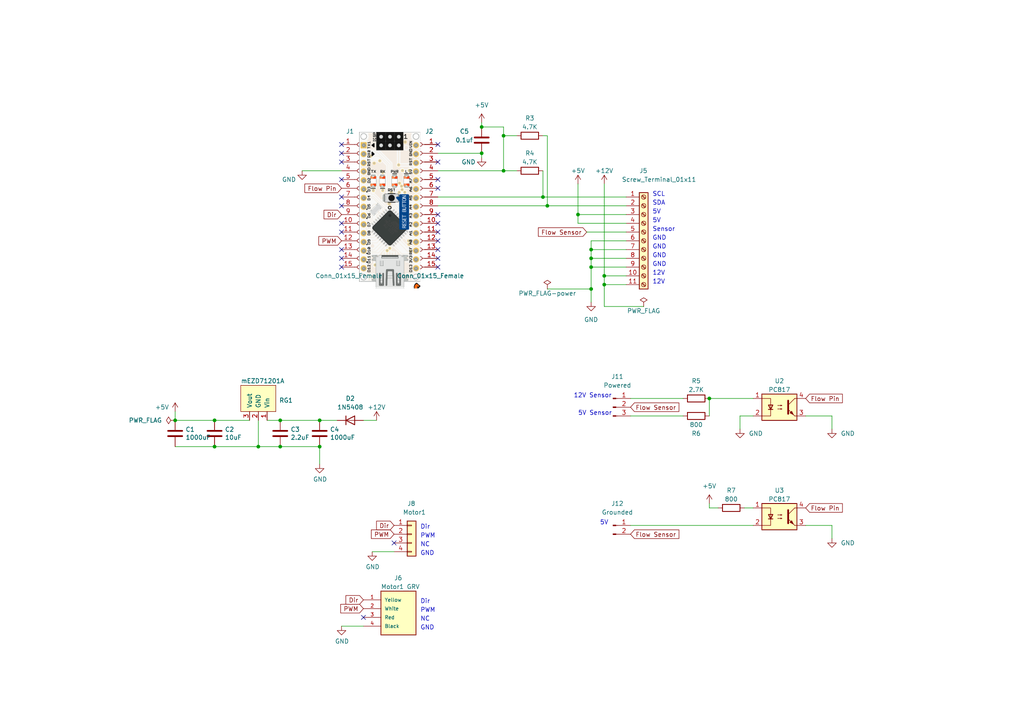
<source format=kicad_sch>
(kicad_sch (version 20230121) (generator eeschema)
  (paper "A4")
  (title_block (title "RC12-2") (date "2024-04-11"))
  (lib_symbols
    (symbol "Connector:Conn_01x02_Pin" (pin_names (offset 1.016) hide)
      (property "Reference" "J" (at 0 2.54 0))
      (property "Value" "Conn_01x02_Pin" (at 0 -5.08 0))
      (symbol "Conn_01x02_Pin_1_1"
        (polyline (pts (xy 1.27 -2.54) (xy 0.8636 -2.54)) (stroke (width 0.1524)))
        (polyline (pts (xy 1.27 0) (xy 0.8636 0)) (stroke (width 0.1524)))
        (rectangle (start 0.8636 -2.413) (end 0 -2.667) (stroke (width 0.1524)) (fill (type outline)))
        (rectangle (start 0.8636 0.127) (end 0 -0.127) (stroke (width 0.1524)) (fill (type outline)))
        (pin passive line (at 5.08 0 180) (length 3.81) (name "Pin_1") (number "1"))
        (pin passive line (at 5.08 -2.54 180) (length 3.81) (name "Pin_2") (number "2"))
      )
    )
    (symbol "Connector:Conn_01x03_Pin" (pin_names (offset 1.016) hide)
      (property "Reference" "J" (at 0 5.08 0))
      (property "Value" "Conn_01x03_Pin" (at 0 -5.08 0))
      (symbol "Conn_01x03_Pin_1_1"
        (polyline (pts (xy 1.27 -2.54) (xy 0.8636 -2.54)) (stroke (width 0.1524)))
        (polyline (pts (xy 1.27 0) (xy 0.8636 0)) (stroke (width 0.1524)))
        (polyline (pts (xy 1.27 2.54) (xy 0.8636 2.54)) (stroke (width 0.1524)))
        (rectangle (start 0.8636 -2.413) (end 0 -2.667) (stroke (width 0.1524)) (fill (type outline)))
        (rectangle (start 0.8636 0.127) (end 0 -0.127) (stroke (width 0.1524)) (fill (type outline)))
        (rectangle (start 0.8636 2.667) (end 0 2.413) (stroke (width 0.1524)) (fill (type outline)))
        (pin passive line (at 5.08 2.54 180) (length 3.81) (name "Pin_1") (number "1"))
        (pin passive line (at 5.08 0 180) (length 3.81) (name "Pin_2") (number "2"))
        (pin passive line (at 5.08 -2.54 180) (length 3.81) (name "Pin_3") (number "3"))
      )
    )
    (symbol "Connector:Conn_01x15_Socket" (pin_names (offset 1.016) hide)
      (property "Reference" "J" (at 0 20.32 0))
      (property "Value" "Conn_01x15_Socket" (at 0 -20.32 0))
      (symbol "Conn_01x15_Socket_1_1"
        (arc (start 0 -17.272) (mid -0.5058 -17.78) (end 0 -18.288) (stroke (width 0.1524)))
        (arc (start 0 -14.732) (mid -0.5058 -15.24) (end 0 -15.748) (stroke (width 0.1524)))
        (arc (start 0 -12.192) (mid -0.5058 -12.7) (end 0 -13.208) (stroke (width 0.1524)))
        (arc (start 0 -9.652) (mid -0.5058 -10.16) (end 0 -10.668) (stroke (width 0.1524)))
        (arc (start 0 -7.112) (mid -0.5058 -7.62) (end 0 -8.128) (stroke (width 0.1524)))
        (arc (start 0 -4.572) (mid -0.5058 -5.08) (end 0 -5.588) (stroke (width 0.1524)))
        (arc (start 0 -2.032) (mid -0.5058 -2.54) (end 0 -3.048) (stroke (width 0.1524)))
        (polyline (pts (xy -1.27 -17.78) (xy -0.508 -17.78)) (stroke (width 0.1524)))
        (polyline (pts (xy -1.27 -15.24) (xy -0.508 -15.24)) (stroke (width 0.1524)))
        (polyline (pts (xy -1.27 -12.7) (xy -0.508 -12.7)) (stroke (width 0.1524)))
        (polyline (pts (xy -1.27 -10.16) (xy -0.508 -10.16)) (stroke (width 0.1524)))
        (polyline (pts (xy -1.27 -7.62) (xy -0.508 -7.62)) (stroke (width 0.1524)))
        (polyline (pts (xy -1.27 -5.08) (xy -0.508 -5.08)) (stroke (width 0.1524)))
        (polyline (pts (xy -1.27 -2.54) (xy -0.508 -2.54)) (stroke (width 0.1524)))
        (polyline (pts (xy -1.27 0) (xy -0.508 0)) (stroke (width 0.1524)))
        (polyline (pts (xy -1.27 2.54) (xy -0.508 2.54)) (stroke (width 0.1524)))
        (polyline (pts (xy -1.27 5.08) (xy -0.508 5.08)) (stroke (width 0.1524)))
        (polyline (pts (xy -1.27 7.62) (xy -0.508 7.62)) (stroke (width 0.1524)))
        (polyline (pts (xy -1.27 10.16) (xy -0.508 10.16)) (stroke (width 0.1524)))
        (polyline (pts (xy -1.27 12.7) (xy -0.508 12.7)) (stroke (width 0.1524)))
        (polyline (pts (xy -1.27 15.24) (xy -0.508 15.24)) (stroke (width 0.1524)))
        (polyline (pts (xy -1.27 17.78) (xy -0.508 17.78)) (stroke (width 0.1524)))
        (arc (start 0 0.508) (mid -0.5058 0) (end 0 -0.508) (stroke (width 0.1524)))
        (arc (start 0 3.048) (mid -0.5058 2.54) (end 0 2.032) (stroke (width 0.1524)))
        (arc (start 0 5.588) (mid -0.5058 5.08) (end 0 4.572) (stroke (width 0.1524)))
        (arc (start 0 8.128) (mid -0.5058 7.62) (end 0 7.112) (stroke (width 0.1524)))
        (arc (start 0 10.668) (mid -0.5058 10.16) (end 0 9.652) (stroke (width 0.1524)))
        (arc (start 0 13.208) (mid -0.5058 12.7) (end 0 12.192) (stroke (width 0.1524)))
        (arc (start 0 15.748) (mid -0.5058 15.24) (end 0 14.732) (stroke (width 0.1524)))
        (arc (start 0 18.288) (mid -0.5058 17.78) (end 0 17.272) (stroke (width 0.1524)))
        (pin passive line (at -5.08 17.78 0) (length 3.81) (name "Pin_1") (number "1"))
        (pin passive line (at -5.08 -5.08 0) (length 3.81) (name "Pin_10") (number "10"))
        (pin passive line (at -5.08 -7.62 0) (length 3.81) (name "Pin_11") (number "11"))
        (pin passive line (at -5.08 -10.16 0) (length 3.81) (name "Pin_12") (number "12"))
        (pin passive line (at -5.08 -12.7 0) (length 3.81) (name "Pin_13") (number "13"))
        (pin passive line (at -5.08 -15.24 0) (length 3.81) (name "Pin_14") (number "14"))
        (pin passive line (at -5.08 -17.78 0) (length 3.81) (name "Pin_15") (number "15"))
        (pin passive line (at -5.08 15.24 0) (length 3.81) (name "Pin_2") (number "2"))
        (pin passive line (at -5.08 12.7 0) (length 3.81) (name "Pin_3") (number "3"))
        (pin passive line (at -5.08 10.16 0) (length 3.81) (name "Pin_4") (number "4"))
        (pin passive line (at -5.08 7.62 0) (length 3.81) (name "Pin_5") (number "5"))
        (pin passive line (at -5.08 5.08 0) (length 3.81) (name "Pin_6") (number "6"))
        (pin passive line (at -5.08 2.54 0) (length 3.81) (name "Pin_7") (number "7"))
        (pin passive line (at -5.08 0 0) (length 3.81) (name "Pin_8") (number "8"))
        (pin passive line (at -5.08 -2.54 0) (length 3.81) (name "Pin_9") (number "9"))
      )
    )
    (symbol "Connector:Screw_Terminal_01x11" (pin_names (offset 1.016) hide)
      (property "Reference" "J" (at 0 15.24 0))
      (property "Value" "Screw_Terminal_01x11" (at 0 -15.24 0))
      (symbol "Screw_Terminal_01x11_1_1"
        (rectangle (start -1.27 13.97) (end 1.27 -13.97) (stroke (width 0.254)) (fill (type background)))
        (circle (center 0 -12.7) (radius 0.635) (stroke (width 0.1524)))
        (circle (center 0 -10.16) (radius 0.635) (stroke (width 0.1524)))
        (circle (center 0 -7.62) (radius 0.635) (stroke (width 0.1524)))
        (circle (center 0 -5.08) (radius 0.635) (stroke (width 0.1524)))
        (circle (center 0 -2.54) (radius 0.635) (stroke (width 0.1524)))
        (polyline (pts (xy -0.5334 -12.3698) (xy 0.3302 -13.208)) (stroke (width 0.1524)))
        (polyline (pts (xy -0.5334 -9.8298) (xy 0.3302 -10.668)) (stroke (width 0.1524)))
        (polyline (pts (xy -0.5334 -7.2898) (xy 0.3302 -8.128)) (stroke (width 0.1524)))
        (polyline (pts (xy -0.5334 -4.7498) (xy 0.3302 -5.588)) (stroke (width 0.1524)))
        (polyline (pts (xy -0.5334 -2.2098) (xy 0.3302 -3.048)) (stroke (width 0.1524)))
        (polyline (pts (xy -0.5334 0.3302) (xy 0.3302 -0.508)) (stroke (width 0.1524)))
        (polyline (pts (xy -0.5334 2.8702) (xy 0.3302 2.032)) (stroke (width 0.1524)))
        (polyline (pts (xy -0.5334 5.4102) (xy 0.3302 4.572)) (stroke (width 0.1524)))
        (polyline (pts (xy -0.5334 7.9502) (xy 0.3302 7.112)) (stroke (width 0.1524)))
        (polyline (pts (xy -0.5334 10.4902) (xy 0.3302 9.652)) (stroke (width 0.1524)))
        (polyline (pts (xy -0.5334 13.0302) (xy 0.3302 12.192)) (stroke (width 0.1524)))
        (polyline (pts (xy -0.3556 -12.192) (xy 0.508 -13.0302)) (stroke (width 0.1524)))
        (polyline (pts (xy -0.3556 -9.652) (xy 0.508 -10.4902)) (stroke (width 0.1524)))
        (polyline (pts (xy -0.3556 -7.112) (xy 0.508 -7.9502)) (stroke (width 0.1524)))
        (polyline (pts (xy -0.3556 -4.572) (xy 0.508 -5.4102)) (stroke (width 0.1524)))
        (polyline (pts (xy -0.3556 -2.032) (xy 0.508 -2.8702)) (stroke (width 0.1524)))
        (polyline (pts (xy -0.3556 0.508) (xy 0.508 -0.3302)) (stroke (width 0.1524)))
        (polyline (pts (xy -0.3556 3.048) (xy 0.508 2.2098)) (stroke (width 0.1524)))
        (polyline (pts (xy -0.3556 5.588) (xy 0.508 4.7498)) (stroke (width 0.1524)))
        (polyline (pts (xy -0.3556 8.128) (xy 0.508 7.2898)) (stroke (width 0.1524)))
        (polyline (pts (xy -0.3556 10.668) (xy 0.508 9.8298)) (stroke (width 0.1524)))
        (polyline (pts (xy -0.3556 13.208) (xy 0.508 12.3698)) (stroke (width 0.1524)))
        (circle (center 0 0) (radius 0.635) (stroke (width 0.1524)))
        (circle (center 0 2.54) (radius 0.635) (stroke (width 0.1524)))
        (circle (center 0 5.08) (radius 0.635) (stroke (width 0.1524)))
        (circle (center 0 7.62) (radius 0.635) (stroke (width 0.1524)))
        (circle (center 0 10.16) (radius 0.635) (stroke (width 0.1524)))
        (circle (center 0 12.7) (radius 0.635) (stroke (width 0.1524)))
        (pin passive line (at -5.08 12.7 0) (length 3.81) (name "Pin_1") (number "1"))
        (pin passive line (at -5.08 -10.16 0) (length 3.81) (name "Pin_10") (number "10"))
        (pin passive line (at -5.08 -12.7 0) (length 3.81) (name "Pin_11") (number "11"))
        (pin passive line (at -5.08 10.16 0) (length 3.81) (name "Pin_2") (number "2"))
        (pin passive line (at -5.08 7.62 0) (length 3.81) (name "Pin_3") (number "3"))
        (pin passive line (at -5.08 5.08 0) (length 3.81) (name "Pin_4") (number "4"))
        (pin passive line (at -5.08 2.54 0) (length 3.81) (name "Pin_5") (number "5"))
        (pin passive line (at -5.08 0 0) (length 3.81) (name "Pin_6") (number "6"))
        (pin passive line (at -5.08 -2.54 0) (length 3.81) (name "Pin_7") (number "7"))
        (pin passive line (at -5.08 -5.08 0) (length 3.81) (name "Pin_8") (number "8"))
        (pin passive line (at -5.08 -7.62 0) (length 3.81) (name "Pin_9") (number "9"))
      )
    )
    (symbol "Connector_Generic:Conn_01x04" (pin_names (offset 1.016) hide)
      (property "Reference" "J" (at 0 5.08 0))
      (property "Value" "Conn_01x04" (at 0 -7.62 0))
      (symbol "Conn_01x04_1_1"
        (rectangle (start -1.27 -4.953) (end 0 -5.207) (stroke (width 0.1524)))
        (rectangle (start -1.27 -2.413) (end 0 -2.667) (stroke (width 0.1524)))
        (rectangle (start -1.27 0.127) (end 0 -0.127) (stroke (width 0.1524)))
        (rectangle (start -1.27 2.667) (end 0 2.413) (stroke (width 0.1524)))
        (rectangle (start -1.27 3.81) (end 1.27 -6.35) (stroke (width 0.254)) (fill (type background)))
        (pin passive line (at -5.08 2.54 0) (length 3.81) (name "Pin_1") (number "1"))
        (pin passive line (at -5.08 0 0) (length 3.81) (name "Pin_2") (number "2"))
        (pin passive line (at -5.08 -2.54 0) (length 3.81) (name "Pin_3") (number "3"))
        (pin passive line (at -5.08 -5.08 0) (length 3.81) (name "Pin_4") (number "4"))
      )
    )
    (symbol "Device:C" (pin_numbers hide) (pin_names (offset 0.254))
      (property "Reference" "C" (at 0.635 2.54 0))
      (property "Value" "C" (at 0.635 -2.54 0))
      (symbol "C_0_1"
        (polyline (pts (xy -2.032 -0.762) (xy 2.032 -0.762)) (stroke (width 0.508)))
        (polyline (pts (xy -2.032 0.762) (xy 2.032 0.762)) (stroke (width 0.508)))
      )
      (symbol "C_1_1"
        (pin passive line (at 0 3.81 270) (length 2.794) (name "~") (number "1"))
        (pin passive line (at 0 -3.81 90) (length 2.794) (name "~") (number "2"))
      )
    )
    (symbol "Device:D" (pin_numbers hide) (pin_names (offset 1.016) hide)
      (property "Reference" "D" (at 0 2.54 0))
      (property "Value" "D" (at 0 -2.54 0))
      (symbol "D_0_1"
        (polyline (pts (xy -1.27 1.27) (xy -1.27 -1.27)) (stroke (width 0.254)))
        (polyline (pts (xy 1.27 0) (xy -1.27 0)))
        (polyline (pts (xy 1.27 1.27) (xy 1.27 -1.27) (xy -1.27 0) (xy 1.27 1.27)) (stroke (width 0.254)))
      )
      (symbol "D_1_1"
        (pin passive line (at -3.81 0 0) (length 2.54) (name "K") (number "1"))
        (pin passive line (at 3.81 0 180) (length 2.54) (name "A") (number "2"))
      )
    )
    (symbol "Device:R" (pin_numbers hide) (pin_names (offset 0))
      (property "Reference" "R" (at 2.032 0 90))
      (property "Value" "R" (at 0 0 90))
      (symbol "R_0_1"
        (rectangle (start -1.016 -2.54) (end 1.016 2.54) (stroke (width 0.254)))
      )
      (symbol "R_1_1"
        (pin passive line (at 0 3.81 270) (length 1.27) (name "~") (number "1"))
        (pin passive line (at 0 -3.81 90) (length 1.27) (name "~") (number "2"))
      )
    )
    (symbol "MyLib:Grove" (pin_names (offset 1.016))
      (property "Reference" "J" (at 0 8.89 0))
      (property "Value" "Grove" (at -2.54 6.35 0))
      (symbol "Grove_0_0"
        (rectangle (start -5.08 -7.62) (end 5.08 5.08) (stroke (width 0.254)) (fill (type background)))
        (pin passive line (at -10.16 2.54 0) (length 5.08) (name "Yellow") (number "1"))
        (pin passive line (at -10.16 0 0) (length 5.08) (name "White") (number "2"))
        (pin passive line (at -10.16 -2.54 0) (length 5.08) (name "Red") (number "3"))
        (pin passive line (at -10.16 -5.08 0) (length 5.08) (name "Black") (number "4"))
      )
    )
    (symbol "MyLib:mEZD71201A" (pin_names (offset 1.016))
      (property "Reference" "RG" (at 5.08 10.16 0))
      (property "Value" "mEZD71201A" (at 5.08 7.62 0))
      (symbol "mEZD71201A_0_0"
        (pin input line (at 0 2.54 0) (length 2.54) (name "Vin") (number "1"))
        (pin input line (at 0 0 0) (length 2.54) (name "GND") (number "2"))
      )
      (symbol "mEZD71201A_0_1"
        (rectangle (start 2.54 5.08) (end 10.16 -5.08) (fill (type background)))
      )
      (symbol "mEZD71201A_1_0"
        (pin passive line (at 0 -2.54 0) (length 2.54) (name "Vout") (number "3"))
      )
    )
    (symbol "PC817_1" (pin_names (offset 1.016))
      (property "Reference" "U" (at -5.08 5.08 0))
      (property "Value" "PC817_1" (at 0 5.08 0))
      (symbol "PC817_1_0_1"
        (rectangle (start -5.08 3.81) (end 5.08 -3.81) (stroke (width 0.254)) (fill (type background)))
        (polyline (pts (xy -3.175 -0.635) (xy -1.905 -0.635)) (stroke (width 0.254)))
        (polyline (pts (xy 2.54 0.635) (xy 4.445 2.54)))
        (polyline (pts (xy 4.445 -2.54) (xy 2.54 -0.635)) (fill (type outline)))
        (polyline (pts (xy 4.445 -2.54) (xy 5.08 -2.54)))
        (polyline (pts (xy 4.445 2.54) (xy 5.08 2.54)))
        (polyline (pts (xy -5.08 2.54) (xy -2.54 2.54) (xy -2.54 -0.635)))
        (polyline (pts (xy -2.54 -0.635) (xy -2.54 -2.54) (xy -5.08 -2.54)))
        (polyline (pts (xy 2.54 1.905) (xy 2.54 -1.905) (xy 2.54 -1.905)) (stroke (width 0.508)))
        (polyline (pts (xy -2.54 -0.635) (xy -3.175 0.635) (xy -1.905 0.635) (xy -2.54 -0.635)) (stroke (width 0.254)))
        (polyline (pts (xy -0.508 -0.508) (xy 0.762 -0.508) (xy 0.381 -0.635) (xy 0.381 -0.381) (xy 0.762 -0.508)))
        (polyline (pts (xy -0.508 0.508) (xy 0.762 0.508) (xy 0.381 0.381) (xy 0.381 0.635) (xy 0.762 0.508)))
        (polyline (pts (xy 3.048 -1.651) (xy 3.556 -1.143) (xy 4.064 -2.159) (xy 3.048 -1.651) (xy 3.048 -1.651)) (fill (type outline)))
      )
      (symbol "PC817_1_1_1"
        (pin passive line (at -7.62 2.54 0) (length 2.54) (name "~") (number "1"))
        (pin passive line (at -7.62 -2.54 0) (length 2.54) (name "~") (number "2"))
        (pin passive line (at 7.62 -2.54 180) (length 2.54) (name "~") (number "3"))
        (pin passive line (at 7.62 2.54 180) (length 2.54) (name "~") (number "4"))
      )
    )
    (symbol "power:+12V" (power) (pin_names (offset 0))
      (property "Value" "+12V" (at 0 3.556 0))
      (symbol "+12V_0_1"
        (polyline (pts (xy -0.762 1.27) (xy 0 2.54)))
        (polyline (pts (xy 0 0) (xy 0 2.54)))
        (polyline (pts (xy 0 2.54) (xy 0.762 1.27)))
      )
      (symbol "+12V_1_1"
        (pin power_in line (at 0 0 90) (length 0) hide (name "+12V") (number "1"))
      )
    )
    (symbol "power:+5V" (power) (pin_names (offset 0))
      (property "Value" "+5V" (at 0 3.556 0))
      (symbol "+5V_0_1"
        (polyline (pts (xy -0.762 1.27) (xy 0 2.54)))
        (polyline (pts (xy 0 0) (xy 0 2.54)))
        (polyline (pts (xy 0 2.54) (xy 0.762 1.27)))
      )
      (symbol "+5V_1_1"
        (pin power_in line (at 0 0 90) (length 0) hide (name "+5V") (number "1"))
      )
    )
    (symbol "power:GND" (power) (pin_names (offset 0))
      (property "Value" "GND" (at 0 -3.81 0))
      (symbol "GND_0_1"
        (polyline (pts (xy 0 0) (xy 0 -1.27) (xy 1.27 -1.27) (xy 0 -2.54) (xy -1.27 -1.27) (xy 0 -1.27)))
      )
      (symbol "GND_1_1"
        (pin power_in line (at 0 0 270) (length 0) hide (name "GND") (number "1"))
      )
    )
    (symbol "power:PWR_FLAG" (power) (pin_numbers hide) (pin_names (offset 0) hide)
      (property "Value" "PWR_FLAG" (at 0 3.81 0))
      (symbol "PWR_FLAG_0_0"
        (pin power_out line (at 0 0 90) (length 0) (name "pwr") (number "1"))
      )
      (symbol "PWR_FLAG_0_1"
        (polyline (pts (xy 0 0) (xy 0 1.27) (xy -1.016 1.905) (xy 0 2.54) (xy 1.016 1.905) (xy 0 1.27)))
      )
    )
  )
  (junction (at 171.45 72.39))
  (junction (at 157.48 57.15))
  (junction (at 175.26 80.01))
  (junction (at 171.45 77.47))
  (junction (at 146.05 49.53))
  (junction (at 171.45 74.93))
  (junction (at 175.26 82.55))
  (junction (at 92.71 129.54))
  (junction (at 62.23 129.54))
  (junction (at 81.28 121.92))
  (junction (at 167.64 62.23))
  (junction (at 62.23 121.92))
  (junction (at 146.05 39.37))
  (junction (at 81.28 129.54))
  (junction (at 92.71 121.92))
  (junction (at 139.7 44.45))
  (junction (at 171.45 83.82))
  (junction (at 74.93 129.54))
  (junction (at 139.7 36.83))
  (junction (at 158.75 59.69))
  (junction (at 205.74 115.57))
  (junction (at 50.8 121.92))
  (no_connect (at 99.06 77.47))
  (no_connect (at 127 67.31))
  (no_connect (at 99.06 67.31))
  (no_connect (at 127 62.23))
  (no_connect (at 99.06 52.07))
  (no_connect (at 99.06 59.69))
  (no_connect (at 99.06 72.39))
  (no_connect (at 99.06 74.93))
  (no_connect (at 127 69.85))
  (no_connect (at 99.06 41.91))
  (no_connect (at 127 77.47))
  (no_connect (at 99.06 46.99))
  (no_connect (at 127 72.39))
  (no_connect (at 127 46.99))
  (no_connect (at 105.41 179.07))
  (no_connect (at 114.3 157.48))
  (no_connect (at 127 64.77))
  (no_connect (at 127 54.61))
  (no_connect (at 127 52.07))
  (no_connect (at 127 74.93))
  (no_connect (at 99.06 64.77))
  (no_connect (at 99.06 44.45))
  (no_connect (at 127 41.91))
  (no_connect (at 99.06 57.15))
  (wire (pts (xy 171.45 74.93) (xy 181.61 74.93)))
  (wire (pts (xy 74.93 129.54) (xy 62.23 129.54)))
  (wire (pts (xy 81.28 121.92) (xy 77.47 121.92)))
  (wire (pts (xy 146.05 39.37) (xy 146.05 36.83)))
  (wire (pts (xy 175.26 88.9) (xy 186.69 88.9)))
  (wire (pts (xy 87.63 49.53) (xy 99.06 49.53)))
  (wire (pts (xy 175.26 82.55) (xy 175.26 80.01)))
  (wire (pts (xy 182.88 120.65) (xy 198.12 120.65)))
  (wire (pts (xy 181.61 82.55) (xy 175.26 82.55)))
  (wire (pts (xy 167.64 62.23) (xy 167.64 64.77)))
  (wire (pts (xy 50.8 129.54) (xy 62.23 129.54)))
  (wire (pts (xy 175.26 82.55) (xy 175.26 88.9)))
  (wire (pts (xy 139.7 45.72) (xy 139.7 44.45)))
  (wire (pts (xy 127 44.45) (xy 139.7 44.45)))
  (wire (pts (xy 171.45 72.39) (xy 171.45 74.93)))
  (wire (pts (xy 205.74 115.57) (xy 205.74 120.65)))
  (wire (pts (xy 92.71 121.92) (xy 97.79 121.92)))
  (wire (pts (xy 157.48 39.37) (xy 158.75 39.37)))
  (wire (pts (xy 181.61 69.85) (xy 171.45 69.85)))
  (wire (pts (xy 175.26 80.01) (xy 181.61 80.01)))
  (wire (pts (xy 146.05 49.53) (xy 149.86 49.53)))
  (wire (pts (xy 114.3 160.02) (xy 107.95 160.02)))
  (wire (pts (xy 214.63 120.65) (xy 218.44 120.65)))
  (wire (pts (xy 233.68 152.4) (xy 241.3 152.4)))
  (wire (pts (xy 146.05 39.37) (xy 149.86 39.37)))
  (wire (pts (xy 175.26 80.01) (xy 175.26 53.34)))
  (wire (pts (xy 205.74 147.32) (xy 205.74 146.05)))
  (wire (pts (xy 171.45 83.82) (xy 171.45 87.63)))
  (wire (pts (xy 171.45 72.39) (xy 181.61 72.39)))
  (wire (pts (xy 171.45 77.47) (xy 181.61 77.47)))
  (wire (pts (xy 181.61 67.31) (xy 170.18 67.31)))
  (wire (pts (xy 182.88 115.57) (xy 198.12 115.57)))
  (wire (pts (xy 92.71 134.62) (xy 92.71 129.54)))
  (wire (pts (xy 171.45 77.47) (xy 171.45 83.82)))
  (wire (pts (xy 92.71 121.92) (xy 81.28 121.92)))
  (wire (pts (xy 127 59.69) (xy 158.75 59.69)))
  (wire (pts (xy 215.9 147.32) (xy 218.44 147.32)))
  (wire (pts (xy 233.68 120.65) (xy 241.3 120.65)))
  (wire (pts (xy 139.7 35.56) (xy 139.7 36.83)))
  (wire (pts (xy 171.45 74.93) (xy 171.45 77.47)))
  (wire (pts (xy 167.64 53.34) (xy 167.64 62.23)))
  (wire (pts (xy 171.45 69.85) (xy 171.45 72.39)))
  (wire (pts (xy 205.74 115.57) (xy 218.44 115.57)))
  (wire (pts (xy 208.28 147.32) (xy 205.74 147.32)))
  (wire (pts (xy 182.88 152.4) (xy 218.44 152.4)))
  (wire (pts (xy 50.8 121.92) (xy 50.8 119.38)))
  (wire (pts (xy 167.64 62.23) (xy 181.61 62.23)))
  (wire (pts (xy 158.75 39.37) (xy 158.75 59.69)))
  (wire (pts (xy 241.3 120.65) (xy 241.3 124.46)))
  (wire (pts (xy 241.3 152.4) (xy 241.3 156.21)))
  (wire (pts (xy 214.63 124.46) (xy 214.63 120.65)))
  (wire (pts (xy 105.41 181.61) (xy 99.06 181.61)))
  (wire (pts (xy 146.05 49.53) (xy 146.05 39.37)))
  (wire (pts (xy 92.71 129.54) (xy 81.28 129.54)))
  (wire (pts (xy 127 49.53) (xy 146.05 49.53)))
  (wire (pts (xy 158.75 59.69) (xy 181.61 59.69)))
  (wire (pts (xy 72.39 121.92) (xy 62.23 121.92)))
  (wire (pts (xy 105.41 121.92) (xy 109.22 121.92)))
  (wire (pts (xy 81.28 129.54) (xy 74.93 129.54)))
  (wire (pts (xy 157.48 49.53) (xy 157.48 57.15)))
  (wire (pts (xy 127 57.15) (xy 157.48 57.15)))
  (wire (pts (xy 74.93 129.54) (xy 74.93 121.92)))
  (wire (pts (xy 157.48 57.15) (xy 181.61 57.15)))
  (wire (pts (xy 158.75 83.82) (xy 171.45 83.82)))
  (wire (pts (xy 167.64 64.77) (xy 181.61 64.77)))
  (wire (pts (xy 146.05 36.83) (xy 139.7 36.83)))
  (wire (pts (xy 50.8 121.92) (xy 62.23 121.92)))
  (image (at 113.03 60.96) (scale 0.82))
  (text "SCL" (at 189.23 57.15 0) (effects (font (size 1.27 1.27)) (justify left bottom)))
  (text "GND" (at 189.23 77.47 0) (effects (font (size 1.27 1.27)) (justify left bottom)))
  (text "SDA" (at 189.23 59.69 0) (effects (font (size 1.27 1.27)) (justify left bottom)))
  (text "5V Sensor" (at 167.64 120.65 0) (effects (font (size 1.27 1.27)) (justify left bottom)))
  (text "Dir" (at 121.92 153.67 0) (effects (font (size 1.27 1.27)) (justify left bottom)))
  (text "NC" (at 121.92 180.34 0) (effects (font (size 1.27 1.27)) (justify left bottom)))
  (text "12V" (at 189.23 80.01 0) (effects (font (size 1.27 1.27)) (justify left bottom)))
  (text "12V Sensor" (at 166.37 115.57 0) (effects (font (size 1.27 1.27)) (justify left bottom)))
  (text "5V\n" (at 189.23 64.77 0) (effects (font (size 1.27 1.27)) (justify left bottom)))
  (text "PWM" (at 121.92 156.21 0) (effects (font (size 1.27 1.27)) (justify left bottom)))
  (text "5V" (at 189.23 62.23 0) (effects (font (size 1.27 1.27)) (justify left bottom)))
  (text "GND" (at 121.92 161.29 0) (effects (font (size 1.27 1.27)) (justify left bottom)))
  (text "GND" (at 189.23 69.85 0) (effects (font (size 1.27 1.27)) (justify left bottom)))
  (text "NC" (at 121.92 158.75 0) (effects (font (size 1.27 1.27)) (justify left bottom)))
  (text "Dir" (at 121.92 175.26 0) (effects (font (size 1.27 1.27)) (justify left bottom)))
  (text "GND" (at 121.92 182.88 0) (effects (font (size 1.27 1.27)) (justify left bottom)))
  (text "GND" (at 189.23 72.39 0) (effects (font (size 1.27 1.27)) (justify left bottom)))
  (text "5V" (at 173.99 152.4 0) (effects (font (size 1.27 1.27)) (justify left bottom)))
  (text "PWM" (at 121.92 177.8 0) (effects (font (size 1.27 1.27)) (justify left bottom)))
  (text "12V" (at 189.23 82.55 0) (effects (font (size 1.27 1.27)) (justify left bottom)))
  (text "Sensor\n" (at 189.23 67.31 0) (effects (font (size 1.27 1.27)) (justify left bottom)))
  (text "GND" (at 189.23 74.93 0) (effects (font (size 1.27 1.27)) (justify left bottom)))
  (global_label "Flow Sensor" (shape input) (at 182.88 154.94 0) (property "Intersheetrefs" "${INTERSHEET_REFS}" (effects hide)))
  (global_label "Flow Pin" (shape input) (at 99.06 54.61 180) (property "Intersheetrefs" "${INTERSHEET_REFS}" (effects hide)))
  (global_label "Dir" (shape input) (at 99.06 62.23 180) (property "Intersheetrefs" "${INTERSHEET_REFS}" (effects hide)))
  (global_label "PWM" (shape input) (at 105.41 176.53 180) (property "Intersheetrefs" "${INTERSHEET_REFS}" (effects hide)))
  (global_label "PWM" (shape input) (at 114.3 154.94 180) (property "Intersheetrefs" "${INTERSHEET_REFS}" (effects hide)))
  (global_label "PWM" (shape input) (at 99.06 69.85 180) (property "Intersheetrefs" "${INTERSHEET_REFS}" (effects hide)))
  (global_label "Flow Sensor" (shape input) (at 170.18 67.31 180) (property "Intersheetrefs" "${INTERSHEET_REFS}" (effects hide)))
  (global_label "Dir" (shape input) (at 114.3 152.4 180) (property "Intersheetrefs" "${INTERSHEET_REFS}" (effects hide)))
  (global_label "Flow Pin" (shape input) (at 233.68 147.32 0) (property "Intersheetrefs" "${INTERSHEET_REFS}" (effects hide)))
  (global_label "Flow Pin" (shape input) (at 233.68 115.57 0) (property "Intersheetrefs" "${INTERSHEET_REFS}" (effects hide)))
  (global_label "Dir" (shape input) (at 105.41 173.99 180) (property "Intersheetrefs" "${INTERSHEET_REFS}" (effects hide)))
  (global_label "Flow Sensor" (shape input) (at 182.88 118.11 0) (property "Intersheetrefs" "${INTERSHEET_REFS}" (effects hide)))
  (symbol (lib_id "power:GND") (at 92.71 134.62 0) (unit 1)
    (property "Reference" "#PWR03" (effects hide))
    (property "Value" "GND" (at 92.837 139.0142 0))
  )
  (symbol (lib_id "MyLib:Grove") (at 115.57 176.53 0) (unit 1)
    (property "Reference" "J6" (at 114.3 167.64 0) (effects (justify left)))
    (property "Value" "Motor1 GRV" (at 110.49 170.18 0) (effects (justify left)))
    (property "Footprint" "Grove" (effects hide))
  )
  (symbol (lib_id "power:PWR_FLAG") (at 186.69 88.9 0) (unit 1)
    (property "Reference" "#FLG03" (effects hide))
    (property "Value" "PWR_FLAG" (at 186.69 90.17 0))
  )
  (symbol (lib_id "power:PWR_FLAG") (at 50.8 121.92 90) (unit 1)
    (property "Reference" "#FLG01" (effects hide))
    (property "Value" "PWR_FLAG" (at 46.99 121.92 90) (effects (justify left)))
  )
  (symbol (lib_id "power:PWR_FLAG") (at 158.75 83.82 0) (unit 1)
    (property "Reference" "#FLG02" (effects hide))
    (property "Value" "PWR_FLAG-power" (at 158.75 85.09 0))
  )
  (symbol (lib_id "Device:C") (at 139.7 40.64 180) (unit 1)
    (property "Reference" "C5" (at 133.35 38.1 0) (effects (justify right)))
    (property "Value" "0.1uf" (at 132.08 40.64 0) (effects (justify right)))
    (property "Footprint" "Capacitor_THT:C_Disc_D5.0mm_W2.5mm_P2.50mm" (effects hide))
  )
  (symbol (lib_id "Device:R") (at 153.67 39.37 90) (unit 1)
    (property "Reference" "R3" (at 153.67 34.29 90))
    (property "Value" "4.7K" (at 153.67 36.83 90))
    (property "Footprint" "Resistor_THT:R_Axial_DIN0207_L6.3mm_D2.5mm_P10.16mm_Horizontal" (effects hide))
  )
  (symbol (lib_name "PC817_1") (lib_id "Isolator:PC817") (at 226.06 149.86 0) (unit 1)
    (property "Reference" "U3" (at 226.06 142.24 0))
    (property "Value" "PC817" (at 226.06 144.78 0))
    (property "Footprint" "MyFootprints:PC817" (effects hide))
    (property "Datasheet" "http://www.soselectronic.cz/a_info/resource/d/pc817.pdf" (effects hide))
  )
  (symbol (lib_id "Device:D") (at 101.6 121.92 0) (unit 1)
    (property "Reference" "D2" (at 101.6 115.57 0))
    (property "Value" "1N5408" (at 101.6 118.11 0))
    (property "Footprint" "MyFootprints:1N5408" (effects hide))
    (property "Sim.Device" "D" (effects hide))
    (property "Sim.Pins" "1=K 2=A" (effects hide))
  )
  (symbol (lib_id "Connector:Conn_01x15_Socket") (at 104.14 59.69 0) (unit 1)
    (property "Reference" "J1" (at 100.33 38.1 0) (effects (justify left)))
    (property "Value" "Conn_01x15_Female" (at 91.44 80.01 0) (effects (justify left)))
    (property "Footprint" "Connector_PinSocket_2.54mm:PinSocket_1x15_P2.54mm_Vertical" (effects hide))
  )
  (symbol (lib_id "power:+5V") (at 139.7 35.56 0) (unit 1)
    (property "Reference" "#PWR04" (effects hide))
    (property "Value" "+5V" (at 139.7 30.48 0))
  )
  (symbol (lib_id "power:GND") (at 139.7 45.72 0) (unit 1)
    (property "Reference" "#PWR05" (effects hide))
    (property "Value" "GND" (at 135.89 46.99 0))
  )
  (symbol (lib_id "Connector:Conn_01x15_Socket") (at 121.92 59.69 0) (mirror y) (unit 1)
    (property "Reference" "J2" (at 125.73 38.1 0) (effects (justify left)))
    (property "Value" "Conn_01x15_Female" (at 134.62 80.01 0) (effects (justify left)))
    (property "Footprint" "Connector_PinSocket_2.54mm:PinSocket_1x15_P2.54mm_Vertical" (effects hide))
  )
  (symbol (lib_id "MyLib:mEZD71201A") (at 74.93 121.92 270) (mirror x) (unit 1)
    (property "Reference" "RG1" (at 80.9752 116.1288 90) (effects (justify left)))
    (property "Value" "mEZD71201A" (at 69.85 110.49 90) (effects (justify left)))
    (property "Footprint" "MyFootprints:mEZD71201A" (effects hide))
    (property "Datasheet" "https://www.monolithicpower.com/en/documentview/productdocument/index/doc_url/L20vZS9tZXpkNzEyMDFhX3IxLjZfMS5wZGY/prod_id/NTUy/" (effects hide))
  )
  (symbol (lib_id "power:GND") (at 99.06 181.61 0) (unit 1)
    (property "Reference" "#PWR012" (effects hide))
    (property "Value" "GND" (at 99.187 186.0042 0))
  )
  (symbol (lib_id "Device:C") (at 62.23 125.73 0) (unit 1)
    (property "Reference" "C2" (at 65.2272 124.5616 0) (effects (justify left)))
    (property "Value" "10uF" (at 65.2272 126.873 0) (effects (justify left)))
    (property "Footprint" "Capacitor_THT:C_Disc_D5.0mm_W2.5mm_P2.50mm" (effects hide))
  )
  (symbol (lib_id "Device:C") (at 81.28 125.73 0) (unit 1)
    (property "Reference" "C3" (at 84.2772 124.5616 0) (effects (justify left)))
    (property "Value" "2.2uF" (at 84.2772 126.873 0) (effects (justify left)))
    (property "Footprint" "Capacitor_THT:C_Disc_D5.0mm_W2.5mm_P2.50mm" (effects hide))
  )
  (symbol (lib_id "Connector_Generic:Conn_01x04") (at 119.38 154.94 0) (unit 1)
    (property "Reference" "J8" (at 118.11 146.05 0) (effects (justify left)))
    (property "Value" "Motor1" (at 116.84 148.59 0) (effects (justify left)))
    (property "Footprint" "Connector_Molex:Molex_KK-254_AE-6410-04A_1x04_P2.54mm_Vertical" (effects hide))
  )
  (symbol (lib_id "power:+5V") (at 205.74 146.05 0) (unit 1)
    (property "Reference" "#PWR022" (effects hide))
    (property "Value" "+5V" (at 205.74 140.97 0))
  )
  (symbol (lib_id "power:GND") (at 107.95 160.02 0) (unit 1)
    (property "Reference" "#PWR016" (effects hide))
    (property "Value" "GND" (at 108.077 164.4142 0))
  )
  (symbol (lib_id "Device:R") (at 201.93 115.57 90) (unit 1)
    (property "Reference" "R5" (at 201.93 110.49 90))
    (property "Value" "2.7K" (at 201.93 113.03 90))
    (property "Footprint" "Resistor_THT:R_Axial_DIN0207_L6.3mm_D2.5mm_P10.16mm_Horizontal" (effects hide))
  )
  (symbol (lib_id "power:+12V") (at 109.22 121.92 0) (unit 1)
    (property "Reference" "#PWR06" (effects hide))
    (property "Value" "+12V" (at 109.22 118.11 0))
  )
  (symbol (lib_id "Connector:Screw_Terminal_01x11") (at 186.69 69.85 0) (unit 1)
    (property "Reference" "J5" (at 185.42 49.53 0) (effects (justify left)))
    (property "Value" "Screw_Terminal_01x11" (at 180.34 52.07 0) (effects (justify left)))
    (property "Footprint" "TerminalBlock_Phoenix:TerminalBlock_Phoenix_MKDS-1,5-11_1x11_P5.00mm_Horizontal" (effects hide))
  )
  (symbol (lib_name "PC817_1") (lib_id "Isolator:PC817") (at 226.06 118.11 0) (unit 1)
    (property "Reference" "U2" (at 226.06 110.49 0))
    (property "Value" "PC817" (at 226.06 113.03 0))
    (property "Footprint" "MyFootprints:PC817" (effects hide))
    (property "Datasheet" "http://www.soselectronic.cz/a_info/resource/d/pc817.pdf" (effects hide))
  )
  (symbol (lib_id "Connector:Conn_01x03_Pin") (at 177.8 118.11 0) (unit 1)
    (property "Reference" "J11" (at 179.07 109.22 0))
    (property "Value" "Powered" (at 179.07 111.76 0))
    (property "Footprint" "Connector_PinHeader_2.54mm:PinHeader_1x03_P2.54mm_Vertical" (effects hide))
  )
  (symbol (lib_id "power:GND") (at 241.3 124.46 0) (unit 1)
    (property "Reference" "#PWR018" (effects hide))
    (property "Value" "GND" (at 243.84 125.73 0) (effects (justify left)))
  )
  (symbol (lib_id "Device:C") (at 50.8 125.73 0) (unit 1)
    (property "Reference" "C1" (at 53.7972 124.5616 0) (effects (justify left)))
    (property "Value" "1000uF" (at 53.7972 126.873 0) (effects (justify left)))
    (property "Footprint" "Capacitor_THT:CP_Radial_D10.0mm_P5.00mm" (effects hide))
  )
  (symbol (lib_id "power:+5V") (at 167.64 53.34 0) (unit 1)
    (property "Reference" "#PWR015" (effects hide))
    (property "Value" "+5V" (at 167.64 49.53 0))
  )
  (symbol (lib_id "Device:R") (at 153.67 49.53 90) (unit 1)
    (property "Reference" "R4" (at 153.67 44.45 90))
    (property "Value" "4.7K" (at 153.67 46.99 90))
    (property "Footprint" "Resistor_THT:R_Axial_DIN0207_L6.3mm_D2.5mm_P10.16mm_Horizontal" (effects hide))
  )
  (symbol (lib_id "power:GND") (at 214.63 124.46 0) (unit 1)
    (property "Reference" "#PWR019" (effects hide))
    (property "Value" "GND" (at 217.17 125.73 0) (effects (justify left)))
  )
  (symbol (lib_id "Device:R") (at 201.93 120.65 270) (unit 1)
    (property "Reference" "R6" (at 201.93 125.73 90))
    (property "Value" "800" (at 201.93 123.19 90))
    (property "Footprint" "Resistor_THT:R_Axial_DIN0207_L6.3mm_D2.5mm_P10.16mm_Horizontal" (effects hide))
  )
  (symbol (lib_id "power:+12V") (at 175.26 53.34 0) (unit 1)
    (property "Reference" "#PWR011" (effects hide))
    (property "Value" "+12V" (at 175.26 49.53 0))
  )
  (symbol (lib_id "Device:R") (at 212.09 147.32 90) (unit 1)
    (property "Reference" "R7" (at 212.09 142.24 90))
    (property "Value" "800" (at 212.09 144.78 90))
    (property "Footprint" "Resistor_THT:R_Axial_DIN0207_L6.3mm_D2.5mm_P10.16mm_Horizontal" (effects hide))
  )
  (symbol (lib_id "power:+5V") (at 50.8 119.38 0) (unit 1)
    (property "Reference" "#PWR02" (effects hide))
    (property "Value" "+5V" (at 46.99 118.11 0))
  )
  (symbol (lib_id "Connector:Conn_01x02_Pin") (at 177.8 152.4 0) (unit 1)
    (property "Reference" "J12" (at 179.07 146.05 0))
    (property "Value" "Grounded" (at 179.07 148.59 0))
    (property "Footprint" "Connector_PinHeader_2.54mm:PinHeader_1x02_P2.54mm_Vertical" (effects hide))
  )
  (symbol (lib_id "power:GND") (at 171.45 87.63 0) (unit 1)
    (property "Reference" "#PWR014" (effects hide))
    (property "Value" "GND" (at 171.45 92.71 0))
  )
  (symbol (lib_id "Device:C") (at 92.71 125.73 0) (unit 1)
    (property "Reference" "C4" (at 95.7072 124.5616 0) (effects (justify left)))
    (property "Value" "1000uF" (at 95.7072 126.873 0) (effects (justify left)))
    (property "Footprint" "Capacitor_THT:CP_Radial_D10.0mm_P5.00mm" (effects hide))
  )
  (symbol (lib_id "power:GND") (at 241.3 156.21 0) (unit 1)
    (property "Reference" "#PWR021" (effects hide))
    (property "Value" "GND" (at 243.84 157.48 0) (effects (justify left)))
  )
  (symbol (lib_id "power:GND") (at 87.63 49.53 0) (unit 1)
    (property "Reference" "#PWR01" (effects hide))
    (property "Value" "GND" (at 83.82 52.07 0))
  )
)
</source>
